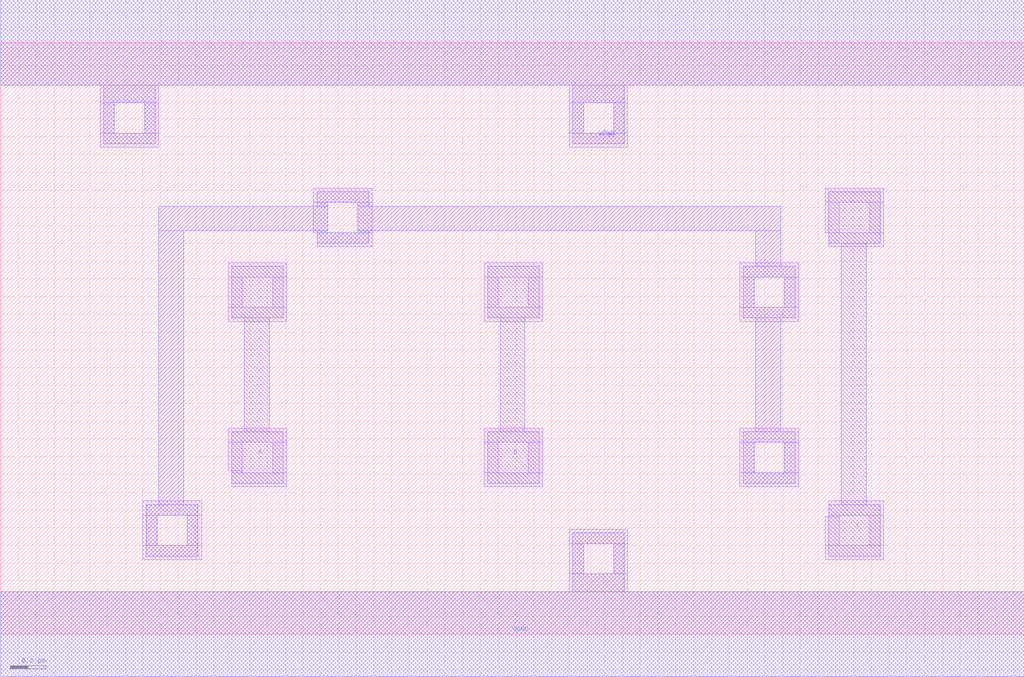
<source format=lef>
VERSION 5.7 ;
  NOWIREEXTENSIONATPIN ON ;
  DIVIDERCHAR "/" ;
  BUSBITCHARS "[]" ;
MACRO AND2X1
  CLASS CORE ;
  FOREIGN AND2X1 ;
  ORIGIN 0.000 0.000 ;
  SIZE 5.760 BY 3.330 ;
  SYMMETRY X Y R90 ;
  SITE unit ;
  PIN VPWR
    DIRECTION INOUT ;
    USE POWER ;
    SHAPE ABUTMENT ;
    PORT
      LAYER met1 ;
        RECT 0.000 3.090 5.760 3.570 ;
        RECT 0.580 2.990 0.870 3.090 ;
        RECT 0.580 2.820 0.640 2.990 ;
        RECT 0.810 2.820 0.870 2.990 ;
        RECT 0.580 2.760 0.870 2.820 ;
        RECT 3.220 2.990 3.510 3.090 ;
        RECT 3.220 2.820 3.280 2.990 ;
        RECT 3.450 2.820 3.510 2.990 ;
        RECT 3.220 2.760 3.510 2.820 ;
    END
    PORT
      LAYER li1 ;
        RECT 0.000 3.090 5.760 3.570 ;
        RECT 0.560 2.990 0.890 3.090 ;
        RECT 0.560 2.820 0.640 2.990 ;
        RECT 0.810 2.820 0.890 2.990 ;
        RECT 0.560 2.740 0.890 2.820 ;
        RECT 3.200 2.990 3.530 3.090 ;
        RECT 3.200 2.820 3.280 2.990 ;
        RECT 3.450 2.820 3.530 2.990 ;
        RECT 3.200 2.740 3.530 2.820 ;
    END
  END VPWR
  PIN VGND
    DIRECTION INOUT ;
    USE GROUND ;
    SHAPE ABUTMENT ;
    PORT
      LAYER met1 ;
        RECT 3.220 0.510 3.510 0.570 ;
        RECT 3.220 0.340 3.280 0.510 ;
        RECT 3.450 0.340 3.510 0.510 ;
        RECT 3.220 0.240 3.510 0.340 ;
        RECT 0.000 -0.240 5.760 0.240 ;
    END
    PORT
      LAYER li1 ;
        RECT 3.200 0.510 3.530 0.590 ;
        RECT 3.200 0.340 3.280 0.510 ;
        RECT 3.450 0.340 3.530 0.510 ;
        RECT 3.200 0.240 3.530 0.340 ;
        RECT 0.000 -0.240 5.760 0.240 ;
    END
  END VGND
  PIN Y
    DIRECTION INOUT ;
    USE SIGNAL ;
    SHAPE ABUTMENT ;
    PORT
      LAYER met1 ;
        RECT 4.660 2.200 4.950 2.490 ;
        RECT 4.730 0.730 4.870 2.200 ;
        RECT 4.660 0.440 4.950 0.730 ;
    END
  END Y
  PIN B
    DIRECTION INOUT ;
    USE SIGNAL ;
    SHAPE ABUTMENT ;
    PORT
      LAYER met1 ;
        RECT 2.740 1.780 3.030 2.070 ;
        RECT 2.810 1.140 2.950 1.780 ;
        RECT 2.740 0.850 3.030 1.140 ;
    END
  END B
  PIN A
    DIRECTION INOUT ;
    USE SIGNAL ;
    SHAPE ABUTMENT ;
    PORT
      LAYER met1 ;
        RECT 1.300 1.780 1.590 2.070 ;
        RECT 1.370 1.140 1.510 1.780 ;
        RECT 1.300 0.850 1.590 1.140 ;
    END
  END A
  OBS
      LAYER li1 ;
        RECT 1.760 2.430 2.090 2.510 ;
        RECT 1.760 2.260 1.840 2.430 ;
        RECT 2.010 2.260 2.090 2.430 ;
        RECT 4.640 2.430 4.970 2.510 ;
        RECT 4.640 2.260 4.720 2.430 ;
        RECT 4.890 2.260 4.970 2.430 ;
        RECT 1.780 2.180 2.090 2.260 ;
        RECT 4.660 2.180 4.970 2.260 ;
        RECT 1.280 2.010 1.610 2.090 ;
        RECT 1.280 1.840 1.360 2.010 ;
        RECT 1.530 1.840 1.610 2.010 ;
        RECT 1.280 1.760 1.610 1.840 ;
        RECT 2.720 2.010 3.050 2.090 ;
        RECT 2.720 1.840 2.800 2.010 ;
        RECT 2.970 1.840 3.050 2.010 ;
        RECT 2.720 1.760 3.050 1.840 ;
        RECT 4.160 2.010 4.490 2.090 ;
        RECT 4.160 1.840 4.240 2.010 ;
        RECT 4.410 1.840 4.490 2.010 ;
        RECT 4.160 1.760 4.490 1.840 ;
        RECT 1.280 1.080 1.610 1.160 ;
        RECT 1.280 0.920 1.360 1.080 ;
        RECT 1.300 0.910 1.360 0.920 ;
        RECT 1.530 0.910 1.610 1.080 ;
        RECT 1.300 0.830 1.610 0.910 ;
        RECT 2.720 1.080 3.050 1.160 ;
        RECT 2.720 0.910 2.800 1.080 ;
        RECT 2.970 0.910 3.050 1.080 ;
        RECT 2.720 0.830 3.050 0.910 ;
        RECT 4.160 1.080 4.490 1.160 ;
        RECT 4.160 0.910 4.240 1.080 ;
        RECT 4.410 0.910 4.490 1.080 ;
        RECT 4.160 0.830 4.490 0.910 ;
        RECT 0.800 0.670 1.130 0.750 ;
        RECT 0.800 0.500 0.880 0.670 ;
        RECT 1.050 0.500 1.130 0.670 ;
        RECT 4.660 0.670 4.970 0.750 ;
        RECT 4.660 0.660 4.720 0.670 ;
        RECT 0.800 0.420 1.130 0.500 ;
        RECT 4.640 0.500 4.720 0.660 ;
        RECT 4.890 0.500 4.970 0.670 ;
        RECT 4.640 0.420 4.970 0.500 ;
      LAYER met1 ;
        RECT 1.780 2.430 2.070 2.490 ;
        RECT 1.780 2.410 1.840 2.430 ;
        RECT 0.890 2.270 1.840 2.410 ;
        RECT 0.890 0.730 1.030 2.270 ;
        RECT 1.780 2.260 1.840 2.270 ;
        RECT 2.010 2.410 2.070 2.430 ;
        RECT 2.010 2.270 4.390 2.410 ;
        RECT 2.010 2.260 2.070 2.270 ;
        RECT 1.780 2.200 2.070 2.260 ;
        RECT 4.250 2.070 4.390 2.270 ;
        RECT 4.180 2.010 4.470 2.070 ;
        RECT 4.180 1.840 4.240 2.010 ;
        RECT 4.410 1.840 4.470 2.010 ;
        RECT 4.180 1.780 4.470 1.840 ;
        RECT 4.250 1.140 4.390 1.780 ;
        RECT 4.180 1.080 4.470 1.140 ;
        RECT 4.180 0.910 4.240 1.080 ;
        RECT 4.410 0.910 4.470 1.080 ;
        RECT 4.180 0.850 4.470 0.910 ;
        RECT 0.820 0.670 1.110 0.730 ;
        RECT 0.820 0.500 0.880 0.670 ;
        RECT 1.050 0.500 1.110 0.670 ;
        RECT 0.820 0.440 1.110 0.500 ;
  END
END AND2X1
END LIBRARY


</source>
